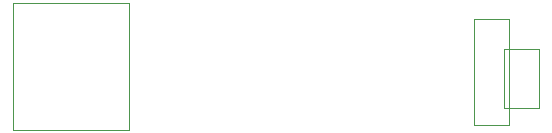
<source format=gbr>
%TF.GenerationSoftware,KiCad,Pcbnew,(7.0.0)*%
%TF.CreationDate,2023-05-29T03:25:23+05:30*%
%TF.ProjectId,sat-pcb,7361742d-7063-4622-9e6b-696361645f70,rev?*%
%TF.SameCoordinates,Original*%
%TF.FileFunction,Other,User*%
%FSLAX46Y46*%
G04 Gerber Fmt 4.6, Leading zero omitted, Abs format (unit mm)*
G04 Created by KiCad (PCBNEW (7.0.0)) date 2023-05-29 03:25:23*
%MOMM*%
%LPD*%
G01*
G04 APERTURE LIST*
%ADD10C,0.050000*%
G04 APERTURE END LIST*
D10*
%TO.C,U1*%
X126820000Y-84090000D02*
X117020000Y-84090000D01*
X126820000Y-73390000D02*
X126820000Y-84090000D01*
X117020000Y-84090000D02*
X117020000Y-73390000D01*
X117020000Y-73390000D02*
X126820000Y-73390000D01*
%TO.C,Jbattery1*%
X161520000Y-82240000D02*
X158520000Y-82240000D01*
X161520000Y-77240000D02*
X161520000Y-82240000D01*
X158520000Y-82240000D02*
X158520000Y-77240000D01*
X158520000Y-77240000D02*
X161520000Y-77240000D01*
%TO.C,Jdisplay1*%
X158980000Y-83700000D02*
X155980000Y-83700000D01*
X158980000Y-74700000D02*
X158980000Y-83700000D01*
X155980000Y-83700000D02*
X155980000Y-74700000D01*
X155980000Y-74700000D02*
X158980000Y-74700000D01*
%TD*%
M02*

</source>
